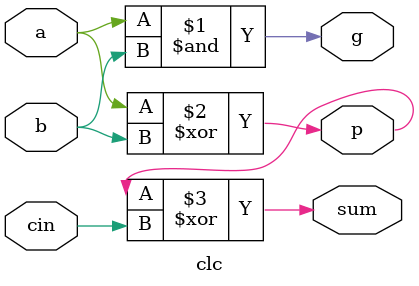
<source format=v>
`ifndef CLC_V
`define CLC_V

module clc(a, b, cin, sum, g, p);

   input a, b, cin;
   output sum, g, p;

   wire a, b, cin, sum, g, p;

   assign g = a & b;
   assign p = a ^ b;
   assign sum = p ^ cin;

endmodule

`endif

</source>
